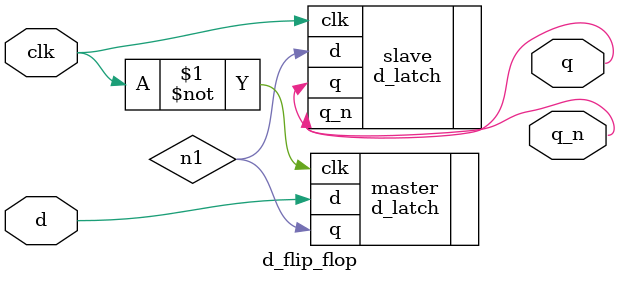
<source format=v>

module d_flip_flop
(
    input   clk,
    input   d,
    output  q,
    output  q_n
);
    wire n1;

    d_latch master
    (
        .clk ( ~clk ),
        .d   ( d    ),
        .q   ( n1   )
    );

    d_latch slave
    (
        .clk ( clk ),
        .d   ( n1  ),
        .q   ( q   ),
        .q_n ( q_n )
    );

endmodule

</source>
